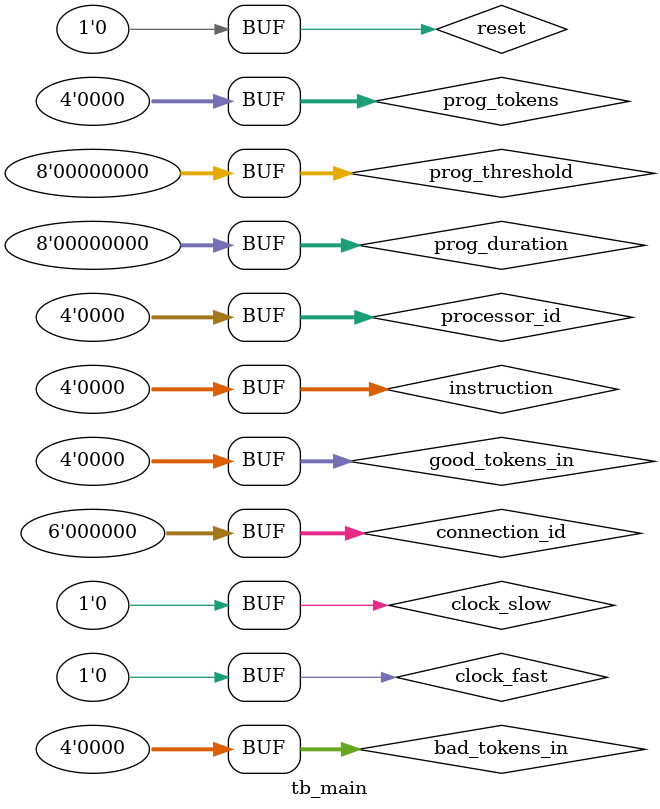
<source format=sv>
module tb_main();

    localparam int NUM_PROCESSORS = 10;
    localparam int NUM_CONNECTIONS = 50;
    localparam int NEW_TOKEN_BITS = 4;
    localparam int TOKEN_BITS = 8;
    localparam int DURATION_BITS = 8;

    // control flow logic
    logic reset;
    logic clock_fast;
    logic clock_slow;
    logic [1:0] stage;
    // data I/O logic
    logic signed [NEW_TOKEN_BITS-1:0] good_tokens_in, bad_tokens_in;
    logic [$clog2(NUM_PROCESSORS)-1:0] processor_id,  processor_id_out;
    logic [$clog2(NUM_CONNECTIONS)-1:0] connection_id;
    logic [1:0] token_startstop;
    logic output_valid;
    // programming logic
    logic [3:0] instruction;
    logic [DURATION_BITS-1:0] prog_duration;
    logic [NEW_TOKEN_BITS-1:0] prog_tokens;
    logic [TOKEN_BITS-1:0] prog_threshold;

    initial begin
        reset = 1'b0;
        clock_fast = 1'b0;
        clock_slow = 1'b0;
        good_tokens_in = 0;
        bad_tokens_in = 0;
        processor_id = 0;
        connection_id = 0;
        instruction = 4'b0000;
        prog_duration = 0;
        prog_tokens = 0;
        prog_threshold = 0;
    end


    // instantiate the main module
    tt_um_jleugeri_ttt_main #(
        .NUM_PROCESSORS(NUM_PROCESSORS),
        .NUM_CONNECTIONS(NUM_CONNECTIONS),
        .NEW_TOKEN_BITS(NEW_TOKEN_BITS),
        .TOKEN_BITS(TOKEN_BITS),
        .DURATION_BITS(DURATION_BITS)
    ) main (
        // control flow logic
        .reset(reset),
        .clock_fast(clock_fast),
        .clock_slow(clock_slow),
        .instruction(instruction),
        .stage(stage),
        // data I/O logic
        .good_tokens_in(good_tokens_in),
        .bad_tokens_in(bad_tokens_in),
        .processor_id_in(processor_id),
        .processor_id_out(processor_id_out),
        .token_startstop(token_startstop),
        .output_valid(output_valid),
        // programming logic
        .connection_id_in(connection_id),
        .prog_tokens(prog_tokens),
        .prog_threshold(prog_threshold),
        .prog_duration(prog_duration)
    );

endmodule: tb_main

</source>
